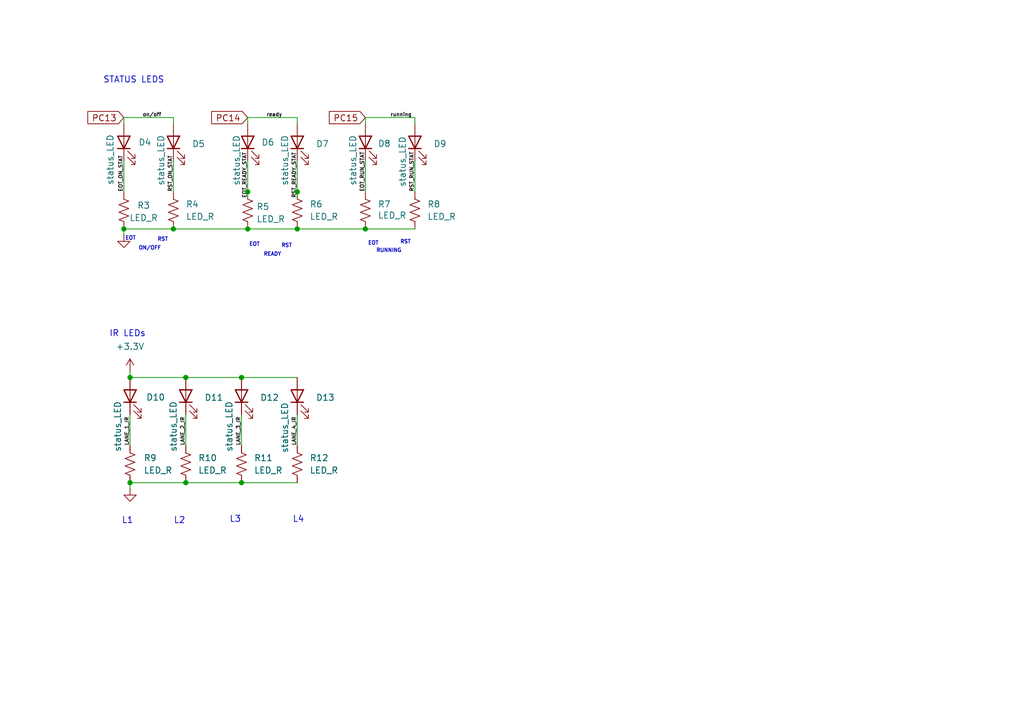
<source format=kicad_sch>
(kicad_sch (version 20231120) (generator "eeschema") (generator_version "8.0")
  (paper "A5")
  (lib_symbols
    (symbol "Device:LED" (pin_numbers hide) (pin_names (offset 1.016) hide)
      (property "Reference" "D" (at 0 2.54 0))
      (property "Value" "LED" (at 0 -2.54 0))
      (symbol "LED_0_1"
        (polyline (pts (xy -1.27 -1.27) (xy -1.27 1.27)) (stroke (width 0.254)))
        (polyline (pts (xy -1.27 0) (xy 1.27 0)))
        (polyline (pts (xy 1.27 -1.27) (xy 1.27 1.27) (xy -1.27 0) (xy 1.27 -1.27)) (stroke (width 0.254)))
        (polyline (pts (xy -3.048 -0.762) (xy -4.572 -2.286) (xy -3.81 -2.286) (xy -4.572 -2.286) (xy -4.572 -1.524)))
        (polyline (pts (xy -1.778 -0.762) (xy -3.302 -2.286) (xy -2.54 -2.286) (xy -3.302 -2.286) (xy -3.302 -1.524)))
      )
      (symbol "LED_1_1"
        (pin passive line (at -3.81 0 0) (length 2.54) (name "K") (number "1"))
        (pin passive line (at 3.81 0 180) (length 2.54) (name "A") (number "2"))
      )
    )
    (symbol "Device:R_US" (pin_numbers hide) (pin_names (offset 0))
      (property "Reference" "R" (at 2.54 0 90))
      (property "Value" "R_US" (at -2.54 0 90))
      (symbol "R_US_0_1"
        (polyline (pts (xy 0 -2.286) (xy 0 -2.54)))
        (polyline (pts (xy 0 2.286) (xy 0 2.54)))
        (polyline (pts (xy 0 -0.762) (xy 1.016 -1.143) (xy 0 -1.524) (xy -1.016 -1.905) (xy 0 -2.286)))
        (polyline (pts (xy 0 0.762) (xy 1.016 0.381) (xy 0 0) (xy -1.016 -0.381) (xy 0 -0.762)))
        (polyline (pts (xy 0 2.286) (xy 1.016 1.905) (xy 0 1.524) (xy -1.016 1.143) (xy 0 0.762)))
      )
      (symbol "R_US_1_1"
        (pin passive line (at 0 3.81 270) (length 1.27) (name "~") (number "1"))
        (pin passive line (at 0 -3.81 90) (length 1.27) (name "~") (number "2"))
      )
    )
    (symbol "power:+3.3V" (power) (pin_numbers hide) (pin_names (offset 0) hide)
      (property "Value" "+3.3V" (at 0 3.556 0))
      (symbol "+3.3V_0_1"
        (polyline (pts (xy -0.762 1.27) (xy 0 2.54)))
        (polyline (pts (xy 0 0) (xy 0 2.54)))
        (polyline (pts (xy 0 2.54) (xy 0.762 1.27)))
      )
      (symbol "+3.3V_1_1"
        (pin power_in line (at 0 0 90) (length 0) (name "~") (number "1"))
      )
    )
    (symbol "power:GND" (power) (pin_numbers hide) (pin_names (offset 0) hide)
      (property "Value" "GND" (at 0 -3.81 0))
      (symbol "GND_0_1"
        (polyline (pts (xy 0 0) (xy 0 -1.27) (xy 1.27 -1.27) (xy 0 -2.54) (xy -1.27 -1.27) (xy 0 -1.27)))
      )
      (symbol "GND_1_1"
        (pin power_in line (at 0 0 270) (length 0) (name "~") (number "1"))
      )
    )
  )
  (junction (at 50.8 39.37))
  (junction (at 50.8 46.99))
  (junction (at 38.1 99.06))
  (junction (at 25.4 46.99))
  (junction (at 60.96 46.99))
  (junction (at 35.56 46.99))
  (junction (at 60.96 39.37))
  (junction (at 38.1 77.47))
  (junction (at 74.93 46.99))
  (junction (at 26.67 77.47))
  (junction (at 26.67 99.06))
  (junction (at 49.53 77.47))
  (junction (at 49.53 99.06))
  (wire (pts (xy 35.56 46.99) (xy 50.8 46.99)))
  (wire (pts (xy 35.56 33.02) (xy 35.56 39.37)))
  (wire (pts (xy 49.53 99.06) (xy 60.96 99.06)))
  (wire (pts (xy 60.96 40.64) (xy 60.96 39.37)))
  (wire (pts (xy 50.8 24.13) (xy 60.96 24.13)))
  (wire (pts (xy 26.67 76.2) (xy 26.67 77.47)))
  (wire (pts (xy 50.8 40.64) (xy 50.8 39.37)))
  (wire (pts (xy 25.4 48.26) (xy 25.4 46.99)))
  (wire (pts (xy 60.96 33.02) (xy 60.96 39.37)))
  (wire (pts (xy 74.93 33.02) (xy 74.93 39.37)))
  (wire (pts (xy 38.1 77.47) (xy 49.53 77.47)))
  (wire (pts (xy 74.93 24.13) (xy 85.09 24.13)))
  (wire (pts (xy 25.4 46.99) (xy 35.56 46.99)))
  (wire (pts (xy 50.8 25.4) (xy 50.8 24.13)))
  (wire (pts (xy 38.1 99.06) (xy 49.53 99.06)))
  (wire (pts (xy 25.4 24.13) (xy 25.4 25.4)))
  (wire (pts (xy 60.96 85.09) (xy 60.96 91.44)))
  (wire (pts (xy 26.67 85.09) (xy 26.67 91.44)))
  (wire (pts (xy 60.96 46.99) (xy 74.93 46.99)))
  (wire (pts (xy 74.93 24.13) (xy 74.93 25.4)))
  (wire (pts (xy 38.1 85.09) (xy 38.1 91.44)))
  (wire (pts (xy 26.67 100.33) (xy 26.67 99.06)))
  (wire (pts (xy 35.56 24.13) (xy 35.56 25.4)))
  (wire (pts (xy 74.93 46.99) (xy 85.09 46.99)))
  (wire (pts (xy 25.4 24.13) (xy 35.56 24.13)))
  (wire (pts (xy 50.8 46.99) (xy 60.96 46.99)))
  (wire (pts (xy 50.8 33.02) (xy 50.8 39.37)))
  (wire (pts (xy 49.53 77.47) (xy 60.96 77.47)))
  (wire (pts (xy 85.09 24.13) (xy 85.09 25.4)))
  (wire (pts (xy 25.4 33.02) (xy 25.4 39.37)))
  (wire (pts (xy 85.09 33.02) (xy 85.09 39.37)))
  (wire (pts (xy 26.67 77.47) (xy 38.1 77.47)))
  (wire (pts (xy 49.53 85.09) (xy 49.53 91.44)))
  (wire (pts (xy 60.96 24.13) (xy 60.96 25.4)))
  (wire (pts (xy 26.67 99.06) (xy 38.1 99.06)))
  (text "RUNNING" (at 79.756 51.562 0) (effects (font (size 0.762 0.762))))
  (text "L1\n" (at 26.162 106.934 0) (effects (font (size 1.27 1.27))))
  (text "READY" (at 55.88 52.324 0) (effects (font (size 0.762 0.762))))
  (text "ON/OFF\n" (at 30.734 51.054 0) (effects (font (size 0.762 0.762))))
  (text "L4" (at 61.214 106.68 0) (effects (font (size 1.27 1.27))))
  (text "L3" (at 48.26 106.68 0) (effects (font (size 1.27 1.27))))
  (text "IR LEDs" (at 26.162 68.58 0) (effects (font (size 1.27 1.27))))
  (text "EOT\n" (at 75.438 50.038 0) (effects (font (size 0.762 0.762)) (justify left)))
  (text "EOT\n" (at 51.054 50.292 0) (effects (font (size 0.762 0.762)) (justify left)))
  (text "RST\n" (at 57.658 50.546 0) (effects (font (size 0.762 0.762)) (justify left)))
  (text "RST\n" (at 82.042 49.784 0) (effects (font (size 0.762 0.762)) (justify left)))
  (text "RST\n" (at 32.258 49.276 0) (effects (font (size 0.762 0.762)) (justify left)))
  (text "EOT\n" (at 25.654 49.022 0) (effects (font (size 0.762 0.762)) (justify left)))
  (text "L2\n" (at 36.83 106.934 0) (effects (font (size 1.27 1.27))))
  (text "STATUS LEDS" (at 27.432 16.51 0) (effects (font (size 1.27 1.27))))
  (label "EOT_RUN_STAT" (at 74.93 39.37 90) (effects (font (size 0.762 0.762))))
  (label "ready" (at 54.61 24.13 0) (effects (font (size 0.762 0.762))))
  (label "RST_READY_STAT" (at 60.96 40.64 90) (effects (font (size 0.762 0.762))))
  (label "LANE_2_IR" (at 38.1 91.44 90) (effects (font (size 0.762 0.762))))
  (label "LANE_4_IR" (at 60.96 91.44 90) (effects (font (size 0.762 0.762))))
  (label "RST_RUN_STAT" (at 85.09 39.37 90) (effects (font (size 0.762 0.762))))
  (label "LANE_3_IR" (at 49.53 91.44 90) (effects (font (size 0.762 0.762))))
  (label "RST_ON_STAT" (at 35.56 39.37 90) (effects (font (size 0.762 0.762))))
  (label "LANE_1_IR" (at 26.67 91.44 90) (effects (font (size 0.762 0.762))))
  (label "EOT_READY_STAT" (at 50.8 40.64 90) (effects (font (size 0.762 0.762))))
  (label "running" (at 80.01 24.13 0) (effects (font (size 0.762 0.762))))
  (label "on{slash}off" (at 29.21 24.13 0) (effects (font (size 0.762 0.762))))
  (label "EOT_ON_STAT" (at 25.4 39.37 90) (effects (font (size 0.762 0.762))))
  (global_label "PC15" (shape input) (at 74.93 24.13 180) (property "Intersheetrefs" "${INTERSHEET_REFS}" (effects (hide yes))))
  (global_label "PC14" (shape input) (at 50.8 24.13 180) (property "Intersheetrefs" "${INTERSHEET_REFS}" (effects (hide yes))))
  (global_label "PC13" (shape input) (at 25.4 24.13 180) (property "Intersheetrefs" "${INTERSHEET_REFS}" (effects (hide yes))))
  (symbol (lib_id "Device:R_US") (at 74.93 43.18 180) (unit 1)
    (property "Reference" "R7" (at 77.47 41.9099 0) (effects (justify right)))
    (property "Value" "LED_R" (at 77.47 44.196 0) (effects (justify right)))
    (property "Footprint" "Resistor_SMD:R_0805_2012Metric_Pad1.20x1.40mm_HandSolder" (effects (hide yes)))
    (property "Description" "Resistor, US symbol" (effects (hide yes)))
  )
  (symbol (lib_id "Device:R_US") (at 26.67 95.25 180) (unit 1)
    (property "Reference" "R9" (at 29.464 93.98 0) (effects (justify right)))
    (property "Value" "LED_R" (at 29.464 96.52 0) (effects (justify right)))
    (property "Footprint" "Resistor_SMD:R_0805_2012Metric_Pad1.20x1.40mm_HandSolder" (effects (hide yes)))
    (property "Description" "Resistor, US symbol" (effects (hide yes)))
  )
  (symbol (lib_id "Device:R_US") (at 60.96 95.25 180) (unit 1)
    (property "Reference" "R12" (at 63.5 93.9799 0) (effects (justify right)))
    (property "Value" "LED_R" (at 63.5 96.5199 0) (effects (justify right)))
    (property "Footprint" "Resistor_SMD:R_0805_2012Metric_Pad1.20x1.40mm_HandSolder" (effects (hide yes)))
    (property "Description" "Resistor, US symbol" (effects (hide yes)))
  )
  (symbol (lib_id "Device:R_US") (at 85.09 43.18 180) (unit 1)
    (property "Reference" "R8" (at 87.63 41.9099 0) (effects (justify right)))
    (property "Value" "LED_R" (at 87.63 44.4499 0) (effects (justify right)))
    (property "Footprint" "Resistor_SMD:R_0805_2012Metric_Pad1.20x1.40mm_HandSolder" (effects (hide yes)))
    (property "Description" "Resistor, US symbol" (effects (hide yes)))
  )
  (symbol (lib_id "Device:LED") (at 60.96 81.28 90) (unit 1)
    (property "Reference" "D13" (at 64.77 81.5974 90) (effects (justify right)))
    (property "Value" "status_LED" (at 58.42 82.55 0) (effects (justify right)))
    (property "Footprint" "LED_THT:LED_D3.0mm" (effects (hide yes)))
    (property "Description" "Light emitting diode" (effects (hide yes)))
  )
  (symbol (lib_id "Device:LED") (at 60.96 29.21 90) (unit 1)
    (property "Reference" "D7" (at 64.77 29.5274 90) (effects (justify right)))
    (property "Value" "status_LED" (at 58.42 27.686 0) (effects (justify right)))
    (property "Footprint" "LED_THT:LED_D3.0mm" (effects (hide yes)))
    (property "Description" "Light emitting diode" (effects (hide yes)))
  )
  (symbol (lib_id "Device:R_US") (at 25.4 43.18 180) (unit 1)
    (property "Reference" "R3" (at 29.464 42.164 0))
    (property "Value" "LED_R" (at 29.464 44.704 0))
    (property "Footprint" "Resistor_SMD:R_0805_2012Metric_Pad1.20x1.40mm_HandSolder" (effects (hide yes)))
    (property "Description" "Resistor, US symbol" (effects (hide yes)))
  )
  (symbol (lib_id "Device:LED") (at 85.09 29.21 90) (unit 1)
    (property "Reference" "D9" (at 88.9 29.5274 90) (effects (justify right)))
    (property "Value" "status_LED" (at 82.55 27.94 0) (effects (justify right)))
    (property "Footprint" "LED_THT:LED_D3.0mm" (effects (hide yes)))
    (property "Description" "Light emitting diode" (effects (hide yes)))
  )
  (symbol (lib_id "power:GND") (at 26.67 100.33 0) (mirror y) (unit 1)
    (property "Reference" "#PWR021" (effects (hide yes)))
    (property "Value" "GND" (effects (hide yes)))
    (property "Description" "Power symbol creates a global label with name \"GND\" , ground" (effects (hide yes)))
  )
  (symbol (lib_id "Device:R_US") (at 50.8 43.18 180) (unit 1)
    (property "Reference" "R5" (at 52.578 42.418 0) (effects (justify right)))
    (property "Value" "LED_R" (at 52.578 44.958 0) (effects (justify right)))
    (property "Footprint" "Resistor_SMD:R_0805_2012Metric_Pad1.20x1.40mm_HandSolder" (effects (hide yes)))
    (property "Description" "Resistor, US symbol" (effects (hide yes)))
  )
  (symbol (lib_id "Device:LED") (at 49.53 81.28 90) (unit 1)
    (property "Reference" "D12" (at 53.34 81.5974 90) (effects (justify right)))
    (property "Value" "status_LED" (at 46.99 82.296 0) (effects (justify right)))
    (property "Footprint" "LED_THT:LED_D3.0mm" (effects (hide yes)))
    (property "Description" "Light emitting diode" (effects (hide yes)))
  )
  (symbol (lib_id "Device:LED") (at 35.56 29.21 90) (unit 1)
    (property "Reference" "D5" (at 39.37 29.5274 90) (effects (justify right)))
    (property "Value" "status_LED" (at 33.02 27.686 0) (effects (justify right)))
    (property "Footprint" "LED_THT:LED_D3.0mm" (effects (hide yes)))
    (property "Description" "Light emitting diode" (effects (hide yes)))
  )
  (symbol (lib_id "Device:R_US") (at 35.56 43.18 180) (unit 1)
    (property "Reference" "R4" (at 38.1 41.9099 0) (effects (justify right)))
    (property "Value" "LED_R" (at 38.1 44.4499 0) (effects (justify right)))
    (property "Footprint" "Resistor_SMD:R_0805_2012Metric_Pad1.20x1.40mm_HandSolder" (effects (hide yes)))
    (property "Description" "Resistor, US symbol" (effects (hide yes)))
  )
  (symbol (lib_id "Device:LED") (at 25.4 29.21 90) (unit 1)
    (property "Reference" "D4" (at 29.718 29.21 90))
    (property "Value" "status_LED" (at 22.606 32.766 0))
    (property "Footprint" "LED_THT:LED_D3.0mm" (effects (hide yes)))
    (property "Description" "Light emitting diode" (effects (hide yes)))
  )
  (symbol (lib_id "Device:R_US") (at 49.53 95.25 180) (unit 1)
    (property "Reference" "R11" (at 52.07 93.9799 0) (effects (justify right)))
    (property "Value" "LED_R" (at 52.07 96.5199 0) (effects (justify right)))
    (property "Footprint" "Resistor_SMD:R_0805_2012Metric_Pad1.20x1.40mm_HandSolder" (effects (hide yes)))
    (property "Description" "Resistor, US symbol" (effects (hide yes)))
  )
  (symbol (lib_id "Device:LED") (at 74.93 29.21 90) (unit 1)
    (property "Reference" "D8" (at 77.47 29.464 90) (effects (justify right)))
    (property "Value" "status_LED" (at 72.39 27.686 0) (effects (justify right)))
    (property "Footprint" "LED_THT:LED_D3.0mm" (effects (hide yes)))
    (property "Description" "Light emitting diode" (effects (hide yes)))
  )
  (symbol (lib_id "Device:R_US") (at 38.1 95.25 180) (unit 1)
    (property "Reference" "R10" (at 40.64 93.9799 0) (effects (justify right)))
    (property "Value" "LED_R" (at 40.64 96.5199 0) (effects (justify right)))
    (property "Footprint" "Resistor_SMD:R_0805_2012Metric_Pad1.20x1.40mm_HandSolder" (effects (hide yes)))
    (property "Description" "Resistor, US symbol" (effects (hide yes)))
  )
  (symbol (lib_id "power:GND") (at 25.4 48.26 0) (mirror y) (unit 1)
    (property "Reference" "#PWR022" (effects (hide yes)))
    (property "Value" "GND" (effects (hide yes)))
    (property "Description" "Power symbol creates a global label with name \"GND\" , ground" (effects (hide yes)))
  )
  (symbol (lib_id "Device:LED") (at 38.1 81.28 90) (unit 1)
    (property "Reference" "D11" (at 41.91 81.5974 90) (effects (justify right)))
    (property "Value" "status_LED" (at 35.56 82.296 0) (effects (justify right)))
    (property "Footprint" "LED_THT:LED_D3.0mm" (effects (hide yes)))
    (property "Description" "Light emitting diode" (effects (hide yes)))
  )
  (symbol (lib_id "Device:R_US") (at 60.96 43.18 180) (unit 1)
    (property "Reference" "R6" (at 63.5 41.9099 0) (effects (justify right)))
    (property "Value" "LED_R" (at 63.5 44.4499 0) (effects (justify right)))
    (property "Footprint" "Resistor_SMD:R_0805_2012Metric_Pad1.20x1.40mm_HandSolder" (effects (hide yes)))
    (property "Description" "Resistor, US symbol" (effects (hide yes)))
  )
  (symbol (lib_id "power:+3.3V") (at 26.67 76.2 0) (mirror y) (unit 1)
    (property "Reference" "#PWR020" (effects (hide yes)))
    (property "Value" "+3.3V" (at 26.67 71.12 0))
    (property "Description" "Power symbol creates a global label with name \"+3.3V\"" (effects (hide yes)))
  )
  (symbol (lib_id "Device:LED") (at 50.8 29.21 90) (unit 1)
    (property "Reference" "D6" (at 53.594 29.21 90) (effects (justify right)))
    (property "Value" "status_LED" (at 48.514 27.686 0) (effects (justify right)))
    (property "Footprint" "LED_THT:LED_D3.0mm" (effects (hide yes)))
    (property "Description" "Light emitting diode" (effects (hide yes)))
  )
  (symbol (lib_id "Device:LED") (at 26.67 81.28 90) (unit 1)
    (property "Reference" "D10" (at 29.972 81.534 90) (effects (justify right)))
    (property "Value" "status_LED" (at 24.13 82.296 0) (effects (justify right)))
    (property "Footprint" "LED_THT:LED_D3.0mm" (effects (hide yes)))
    (property "Description" "Light emitting diode" (effects (hide yes)))
  )
)
</source>
